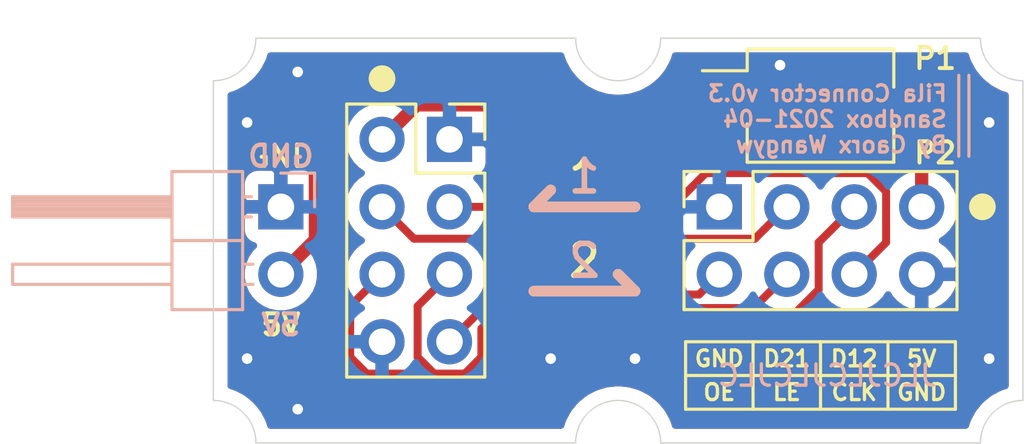
<source format=kicad_pcb>
(kicad_pcb (version 20171130) (host pcbnew "(5.1.5)-3")

  (general
    (thickness 1.6)
    (drawings 60)
    (tracks 61)
    (zones 0)
    (modules 4)
    (nets 10)
  )

  (page A4)
  (layers
    (0 F.Cu signal)
    (31 B.Cu signal)
    (32 B.Adhes user)
    (33 F.Adhes user)
    (34 B.Paste user)
    (35 F.Paste user)
    (36 B.SilkS user)
    (37 F.SilkS user)
    (38 B.Mask user)
    (39 F.Mask user)
    (40 Dwgs.User user hide)
    (41 Cmts.User user)
    (42 Eco1.User user)
    (43 Eco2.User user)
    (44 Edge.Cuts user)
    (45 Margin user)
    (46 B.CrtYd user)
    (47 F.CrtYd user)
    (48 B.Fab user)
    (49 F.Fab user)
  )

  (setup
    (last_trace_width 0.25)
    (user_trace_width 0.3)
    (user_trace_width 0.5)
    (trace_clearance 0.2)
    (zone_clearance 0.508)
    (zone_45_only no)
    (trace_min 0.2)
    (via_size 0.8)
    (via_drill 0.4)
    (via_min_size 0.4)
    (via_min_drill 0.3)
    (uvia_size 0.3)
    (uvia_drill 0.1)
    (uvias_allowed no)
    (uvia_min_size 0.2)
    (uvia_min_drill 0.1)
    (edge_width 0.05)
    (segment_width 0.2)
    (pcb_text_width 0.3)
    (pcb_text_size 1.5 1.5)
    (mod_edge_width 0.12)
    (mod_text_size 1 1)
    (mod_text_width 0.15)
    (pad_size 1.524 1.524)
    (pad_drill 0.762)
    (pad_to_mask_clearance 0)
    (aux_axis_origin 0 0)
    (visible_elements 7FFFFFFF)
    (pcbplotparams
      (layerselection 0x010fc_ffffffff)
      (usegerberextensions false)
      (usegerberattributes false)
      (usegerberadvancedattributes false)
      (creategerberjobfile true)
      (excludeedgelayer true)
      (linewidth 0.100000)
      (plotframeref false)
      (viasonmask false)
      (mode 1)
      (useauxorigin false)
      (hpglpennumber 1)
      (hpglpenspeed 20)
      (hpglpendiameter 15.000000)
      (psnegative false)
      (psa4output false)
      (plotreference true)
      (plotvalue true)
      (plotinvisibletext false)
      (padsonsilk false)
      (subtractmaskfromsilk false)
      (outputformat 1)
      (mirror false)
      (drillshape 0)
      (scaleselection 1)
      (outputdirectory "../Production Files/Production/"))
  )

  (net 0 "")
  (net 1 GND)
  (net 2 OE)
  (net 3 LE)
  (net 4 SD_1TO2)
  (net 5 CLK)
  (net 6 SD_2TO1)
  (net 7 /5v_CON1)
  (net 8 /5v_CON2)
  (net 9 /5v_PWR)

  (net_class Default 这是默认网络类。
    (clearance 0.2)
    (trace_width 0.25)
    (via_dia 0.8)
    (via_drill 0.4)
    (uvia_dia 0.3)
    (uvia_drill 0.1)
    (add_net /5v_CON1)
    (add_net /5v_CON2)
    (add_net /5v_PWR)
    (add_net CLK)
    (add_net GND)
    (add_net LE)
    (add_net OE)
    (add_net SD_1TO2)
    (add_net SD_2TO1)
  )

  (module Connector_PinSocket_2.54mm:PinSocket_2x04_P2.54mm_Vertical (layer F.Cu) (tedit 5A19A422) (tstamp 607639E0)
    (at 105.41 46.99 90)
    (descr "Through hole straight socket strip, 2x04, 2.54mm pitch, double cols (from Kicad 4.0.7), script generated")
    (tags "Through hole socket strip THT 2x04 2.54mm double row")
    (path /60670B57)
    (fp_text reference J2 (at -1.27 -2.77 90) (layer F.Fab)
      (effects (font (size 1 1) (thickness 0.15)))
    )
    (fp_text value Conn_2 (at -1.27 10.39 90) (layer F.Fab)
      (effects (font (size 1 1) (thickness 0.15)))
    )
    (fp_line (start -3.81 -1.27) (end 0.27 -1.27) (layer F.Fab) (width 0.1))
    (fp_line (start 0.27 -1.27) (end 1.27 -0.27) (layer F.Fab) (width 0.1))
    (fp_line (start 1.27 -0.27) (end 1.27 8.89) (layer F.Fab) (width 0.1))
    (fp_line (start 1.27 8.89) (end -3.81 8.89) (layer F.Fab) (width 0.1))
    (fp_line (start -3.81 8.89) (end -3.81 -1.27) (layer F.Fab) (width 0.1))
    (fp_line (start -3.87 -1.33) (end -1.27 -1.33) (layer F.SilkS) (width 0.12))
    (fp_line (start -3.87 -1.33) (end -3.87 8.95) (layer F.SilkS) (width 0.12))
    (fp_line (start -3.87 8.95) (end 1.33 8.95) (layer F.SilkS) (width 0.12))
    (fp_line (start 1.33 1.27) (end 1.33 8.95) (layer F.SilkS) (width 0.12))
    (fp_line (start -1.27 1.27) (end 1.33 1.27) (layer F.SilkS) (width 0.12))
    (fp_line (start -1.27 -1.33) (end -1.27 1.27) (layer F.SilkS) (width 0.12))
    (fp_line (start 1.33 -1.33) (end 1.33 0) (layer F.SilkS) (width 0.12))
    (fp_line (start 0 -1.33) (end 1.33 -1.33) (layer F.SilkS) (width 0.12))
    (fp_line (start -4.34 -1.8) (end 1.76 -1.8) (layer F.CrtYd) (width 0.05))
    (fp_line (start 1.76 -1.8) (end 1.76 9.4) (layer F.CrtYd) (width 0.05))
    (fp_line (start 1.76 9.4) (end -4.34 9.4) (layer F.CrtYd) (width 0.05))
    (fp_line (start -4.34 9.4) (end -4.34 -1.8) (layer F.CrtYd) (width 0.05))
    (fp_text user %R (at -1.27 3.81) (layer F.Fab)
      (effects (font (size 1 1) (thickness 0.15)))
    )
    (pad 1 thru_hole rect (at 0 0 90) (size 1.7 1.7) (drill 1) (layers *.Cu *.Mask)
      (net 1 GND))
    (pad 2 thru_hole oval (at -2.54 0 90) (size 1.7 1.7) (drill 1) (layers *.Cu *.Mask)
      (net 2 OE))
    (pad 3 thru_hole oval (at 0 2.54 90) (size 1.7 1.7) (drill 1) (layers *.Cu *.Mask)
      (net 6 SD_2TO1))
    (pad 4 thru_hole oval (at -2.54 2.54 90) (size 1.7 1.7) (drill 1) (layers *.Cu *.Mask)
      (net 3 LE))
    (pad 5 thru_hole oval (at 0 5.08 90) (size 1.7 1.7) (drill 1) (layers *.Cu *.Mask)
      (net 4 SD_1TO2))
    (pad 6 thru_hole oval (at -2.54 5.08 90) (size 1.7 1.7) (drill 1) (layers *.Cu *.Mask)
      (net 5 CLK))
    (pad 7 thru_hole oval (at 0 7.62 90) (size 1.7 1.7) (drill 1) (layers *.Cu *.Mask)
      (net 8 /5v_CON2))
    (pad 8 thru_hole oval (at -2.54 7.62 90) (size 1.7 1.7) (drill 1) (layers *.Cu *.Mask)
      (net 1 GND))
    (model ${KISYS3DMOD}/Connector_PinSocket_2.54mm.3dshapes/PinSocket_2x04_P2.54mm_Vertical.wrl
      (at (xyz 0 0 0))
      (scale (xyz 1 1 1))
      (rotate (xyz 0 0 0))
    )
  )

  (module Connector_PinSocket_2.54mm:PinSocket_2x04_P2.54mm_Vertical (layer F.Cu) (tedit 5A19A422) (tstamp 606982E3)
    (at 95.25 44.45)
    (descr "Through hole straight socket strip, 2x04, 2.54mm pitch, double cols (from Kicad 4.0.7), script generated")
    (tags "Through hole socket strip THT 2x04 2.54mm double row")
    (path /606704CD)
    (fp_text reference J1 (at -1.27 -2.77) (layer F.Fab)
      (effects (font (size 1 1) (thickness 0.15)))
    )
    (fp_text value Conn_1 (at -1.27 10.39) (layer F.Fab)
      (effects (font (size 1 1) (thickness 0.15)))
    )
    (fp_line (start -3.81 -1.27) (end 0.27 -1.27) (layer F.Fab) (width 0.1))
    (fp_line (start 0.27 -1.27) (end 1.27 -0.27) (layer F.Fab) (width 0.1))
    (fp_line (start 1.27 -0.27) (end 1.27 8.89) (layer F.Fab) (width 0.1))
    (fp_line (start 1.27 8.89) (end -3.81 8.89) (layer F.Fab) (width 0.1))
    (fp_line (start -3.81 8.89) (end -3.81 -1.27) (layer F.Fab) (width 0.1))
    (fp_line (start -3.87 -1.33) (end -1.27 -1.33) (layer F.SilkS) (width 0.12))
    (fp_line (start -3.87 -1.33) (end -3.87 8.95) (layer F.SilkS) (width 0.12))
    (fp_line (start -3.87 8.95) (end 1.33 8.95) (layer F.SilkS) (width 0.12))
    (fp_line (start 1.33 1.27) (end 1.33 8.95) (layer F.SilkS) (width 0.12))
    (fp_line (start -1.27 1.27) (end 1.33 1.27) (layer F.SilkS) (width 0.12))
    (fp_line (start -1.27 -1.33) (end -1.27 1.27) (layer F.SilkS) (width 0.12))
    (fp_line (start 1.33 -1.33) (end 1.33 0) (layer F.SilkS) (width 0.12))
    (fp_line (start 0 -1.33) (end 1.33 -1.33) (layer F.SilkS) (width 0.12))
    (fp_line (start -4.34 -1.8) (end 1.76 -1.8) (layer F.CrtYd) (width 0.05))
    (fp_line (start 1.76 -1.8) (end 1.76 9.4) (layer F.CrtYd) (width 0.05))
    (fp_line (start 1.76 9.4) (end -4.34 9.4) (layer F.CrtYd) (width 0.05))
    (fp_line (start -4.34 9.4) (end -4.34 -1.8) (layer F.CrtYd) (width 0.05))
    (fp_text user %R (at -1.27 3.81 90) (layer F.Fab)
      (effects (font (size 1 1) (thickness 0.15)))
    )
    (pad 1 thru_hole rect (at 0 0) (size 1.7 1.7) (drill 1) (layers *.Cu *.Mask)
      (net 1 GND))
    (pad 2 thru_hole oval (at -2.54 0) (size 1.7 1.7) (drill 1) (layers *.Cu *.Mask)
      (net 7 /5v_CON1))
    (pad 3 thru_hole oval (at 0 2.54) (size 1.7 1.7) (drill 1) (layers *.Cu *.Mask)
      (net 5 CLK))
    (pad 4 thru_hole oval (at -2.54 2.54) (size 1.7 1.7) (drill 1) (layers *.Cu *.Mask)
      (net 6 SD_2TO1))
    (pad 5 thru_hole oval (at 0 5.08) (size 1.7 1.7) (drill 1) (layers *.Cu *.Mask)
      (net 3 LE))
    (pad 6 thru_hole oval (at -2.54 5.08) (size 1.7 1.7) (drill 1) (layers *.Cu *.Mask)
      (net 4 SD_1TO2))
    (pad 7 thru_hole oval (at 0 7.62) (size 1.7 1.7) (drill 1) (layers *.Cu *.Mask)
      (net 2 OE))
    (pad 8 thru_hole oval (at -2.54 7.62) (size 1.7 1.7) (drill 1) (layers *.Cu *.Mask)
      (net 1 GND))
    (model ${KISYS3DMOD}/Connector_PinSocket_2.54mm.3dshapes/PinSocket_2x04_P2.54mm_Vertical.wrl
      (at (xyz 0 0 0))
      (scale (xyz 1 1 1))
      (rotate (xyz 0 0 0))
    )
  )

  (module Connector_PinHeader_2.54mm:PinHeader_1x02_P2.54mm_Horizontal (layer B.Cu) (tedit 59FED5CB) (tstamp 60698672)
    (at 88.9 46.99 180)
    (descr "Through hole angled pin header, 1x02, 2.54mm pitch, 6mm pin length, single row")
    (tags "Through hole angled pin header THT 1x02 2.54mm single row")
    (path /60677A8B)
    (fp_text reference J3 (at 4.385 2.27) (layer B.Fab)
      (effects (font (size 1 1) (thickness 0.15)) (justify mirror))
    )
    (fp_text value PWR_IN (at 4.385 -4.81) (layer B.Fab)
      (effects (font (size 1 1) (thickness 0.15)) (justify mirror))
    )
    (fp_line (start 2.135 1.27) (end 4.04 1.27) (layer B.Fab) (width 0.1))
    (fp_line (start 4.04 1.27) (end 4.04 -3.81) (layer B.Fab) (width 0.1))
    (fp_line (start 4.04 -3.81) (end 1.5 -3.81) (layer B.Fab) (width 0.1))
    (fp_line (start 1.5 -3.81) (end 1.5 0.635) (layer B.Fab) (width 0.1))
    (fp_line (start 1.5 0.635) (end 2.135 1.27) (layer B.Fab) (width 0.1))
    (fp_line (start -0.32 0.32) (end 1.5 0.32) (layer B.Fab) (width 0.1))
    (fp_line (start -0.32 0.32) (end -0.32 -0.32) (layer B.Fab) (width 0.1))
    (fp_line (start -0.32 -0.32) (end 1.5 -0.32) (layer B.Fab) (width 0.1))
    (fp_line (start 4.04 0.32) (end 10.04 0.32) (layer B.Fab) (width 0.1))
    (fp_line (start 10.04 0.32) (end 10.04 -0.32) (layer B.Fab) (width 0.1))
    (fp_line (start 4.04 -0.32) (end 10.04 -0.32) (layer B.Fab) (width 0.1))
    (fp_line (start -0.32 -2.22) (end 1.5 -2.22) (layer B.Fab) (width 0.1))
    (fp_line (start -0.32 -2.22) (end -0.32 -2.86) (layer B.Fab) (width 0.1))
    (fp_line (start -0.32 -2.86) (end 1.5 -2.86) (layer B.Fab) (width 0.1))
    (fp_line (start 4.04 -2.22) (end 10.04 -2.22) (layer B.Fab) (width 0.1))
    (fp_line (start 10.04 -2.22) (end 10.04 -2.86) (layer B.Fab) (width 0.1))
    (fp_line (start 4.04 -2.86) (end 10.04 -2.86) (layer B.Fab) (width 0.1))
    (fp_line (start 1.44 1.33) (end 1.44 -3.87) (layer B.SilkS) (width 0.12))
    (fp_line (start 1.44 -3.87) (end 4.1 -3.87) (layer B.SilkS) (width 0.12))
    (fp_line (start 4.1 -3.87) (end 4.1 1.33) (layer B.SilkS) (width 0.12))
    (fp_line (start 4.1 1.33) (end 1.44 1.33) (layer B.SilkS) (width 0.12))
    (fp_line (start 4.1 0.38) (end 10.1 0.38) (layer B.SilkS) (width 0.12))
    (fp_line (start 10.1 0.38) (end 10.1 -0.38) (layer B.SilkS) (width 0.12))
    (fp_line (start 10.1 -0.38) (end 4.1 -0.38) (layer B.SilkS) (width 0.12))
    (fp_line (start 4.1 0.32) (end 10.1 0.32) (layer B.SilkS) (width 0.12))
    (fp_line (start 4.1 0.2) (end 10.1 0.2) (layer B.SilkS) (width 0.12))
    (fp_line (start 4.1 0.08) (end 10.1 0.08) (layer B.SilkS) (width 0.12))
    (fp_line (start 4.1 -0.04) (end 10.1 -0.04) (layer B.SilkS) (width 0.12))
    (fp_line (start 4.1 -0.16) (end 10.1 -0.16) (layer B.SilkS) (width 0.12))
    (fp_line (start 4.1 -0.28) (end 10.1 -0.28) (layer B.SilkS) (width 0.12))
    (fp_line (start 1.11 0.38) (end 1.44 0.38) (layer B.SilkS) (width 0.12))
    (fp_line (start 1.11 -0.38) (end 1.44 -0.38) (layer B.SilkS) (width 0.12))
    (fp_line (start 1.44 -1.27) (end 4.1 -1.27) (layer B.SilkS) (width 0.12))
    (fp_line (start 4.1 -2.16) (end 10.1 -2.16) (layer B.SilkS) (width 0.12))
    (fp_line (start 10.1 -2.16) (end 10.1 -2.92) (layer B.SilkS) (width 0.12))
    (fp_line (start 10.1 -2.92) (end 4.1 -2.92) (layer B.SilkS) (width 0.12))
    (fp_line (start 1.042929 -2.16) (end 1.44 -2.16) (layer B.SilkS) (width 0.12))
    (fp_line (start 1.042929 -2.92) (end 1.44 -2.92) (layer B.SilkS) (width 0.12))
    (fp_line (start -1.27 0) (end -1.27 1.27) (layer B.SilkS) (width 0.12))
    (fp_line (start -1.27 1.27) (end 0 1.27) (layer B.SilkS) (width 0.12))
    (fp_line (start -1.8 1.8) (end -1.8 -4.35) (layer B.CrtYd) (width 0.05))
    (fp_line (start -1.8 -4.35) (end 10.55 -4.35) (layer B.CrtYd) (width 0.05))
    (fp_line (start 10.55 -4.35) (end 10.55 1.8) (layer B.CrtYd) (width 0.05))
    (fp_line (start 10.55 1.8) (end -1.8 1.8) (layer B.CrtYd) (width 0.05))
    (fp_text user %R (at 2.77 -1.27 -90) (layer B.Fab)
      (effects (font (size 1 1) (thickness 0.15)) (justify mirror))
    )
    (pad 2 thru_hole oval (at 0 -2.54 180) (size 1.7 1.7) (drill 1) (layers *.Cu *.Mask)
      (net 9 /5v_PWR))
    (pad 1 thru_hole rect (at 0 0 180) (size 1.7 1.7) (drill 1) (layers *.Cu *.Mask)
      (net 1 GND))
    (model ${KISYS3DMOD}/Connector_PinHeader_2.54mm.3dshapes/PinHeader_1x02_P2.54mm_Horizontal.wrl
      (at (xyz 0 0 0))
      (scale (xyz 1 1 1))
      (rotate (xyz 0 0 0))
    )
  )

  (module Button_Switch_SMD:SW_DIP_SPSTx02_Slide_KingTek_DSHP02TS_W7.62mm_P1.27mm (layer F.Cu) (tedit 5A508D3E) (tstamp 60762B87)
    (at 109.22 43.18)
    (descr "SMD 2x-dip-switch SPST KingTek_DSHP02TS, Slide, row spacing 7.62 mm (300 mils), body size  (see http://www.kingtek.net.cn/pic/201601201417455112.pdf)")
    (tags "SMD DIP Switch SPST Slide 7.62mm 300mil")
    (path /606D1845)
    (attr smd)
    (fp_text reference SW1 (at 0 -3.13) (layer F.Fab)
      (effects (font (size 1 1) (thickness 0.15)))
    )
    (fp_text value PowerSel (at 0 3.13) (layer F.Fab)
      (effects (font (size 1 1) (thickness 0.15)))
    )
    (fp_text user %R (at 1.85 0 90) (layer F.Fab)
      (effects (font (size 0.8 0.8) (thickness 0.12)))
    )
    (fp_text user on (at -0.055 -1.5525) (layer F.Fab)
      (effects (font (size 0.8 0.8) (thickness 0.12)))
    )
    (fp_line (start 4.7 -2.4) (end -4.7 -2.4) (layer F.CrtYd) (width 0.05))
    (fp_line (start 4.7 2.4) (end 4.7 -2.4) (layer F.CrtYd) (width 0.05))
    (fp_line (start -4.7 2.4) (end 4.7 2.4) (layer F.CrtYd) (width 0.05))
    (fp_line (start -4.7 -2.4) (end -4.7 2.4) (layer F.CrtYd) (width 0.05))
    (fp_line (start 2.76 0.695) (end 2.76 2.13) (layer F.SilkS) (width 0.12))
    (fp_line (start -2.76 0.695) (end -2.76 2.13) (layer F.SilkS) (width 0.12))
    (fp_line (start 2.76 -2.131) (end 2.76 -0.696) (layer F.SilkS) (width 0.12))
    (fp_line (start -2.76 -2.131) (end 2.76 -2.131) (layer F.SilkS) (width 0.12))
    (fp_line (start -2.76 -2.131) (end -2.76 -1.315) (layer F.SilkS) (width 0.12))
    (fp_line (start -4.446 -1.315) (end -2.76 -1.315) (layer F.SilkS) (width 0.12))
    (fp_line (start -2.76 2.13) (end 2.76 2.13) (layer F.SilkS) (width 0.12))
    (fp_line (start -0.333333 0.235) (end -0.333333 1.035) (layer F.Fab) (width 0.1))
    (fp_line (start -1 0.935) (end -0.333333 0.935) (layer F.Fab) (width 0.1))
    (fp_line (start -1 0.835) (end -0.333333 0.835) (layer F.Fab) (width 0.1))
    (fp_line (start -1 0.735) (end -0.333333 0.735) (layer F.Fab) (width 0.1))
    (fp_line (start -1 0.635) (end -0.333333 0.635) (layer F.Fab) (width 0.1))
    (fp_line (start -1 0.535) (end -0.333333 0.535) (layer F.Fab) (width 0.1))
    (fp_line (start -1 0.435) (end -0.333333 0.435) (layer F.Fab) (width 0.1))
    (fp_line (start -1 0.335) (end -0.333333 0.335) (layer F.Fab) (width 0.1))
    (fp_line (start 1 0.235) (end -1 0.235) (layer F.Fab) (width 0.1))
    (fp_line (start 1 1.035) (end 1 0.235) (layer F.Fab) (width 0.1))
    (fp_line (start -1 1.035) (end 1 1.035) (layer F.Fab) (width 0.1))
    (fp_line (start -1 0.235) (end -1 1.035) (layer F.Fab) (width 0.1))
    (fp_line (start -0.333333 -1.035) (end -0.333333 -0.235) (layer F.Fab) (width 0.1))
    (fp_line (start -1 -0.335) (end -0.333333 -0.335) (layer F.Fab) (width 0.1))
    (fp_line (start -1 -0.435) (end -0.333333 -0.435) (layer F.Fab) (width 0.1))
    (fp_line (start -1 -0.535) (end -0.333333 -0.535) (layer F.Fab) (width 0.1))
    (fp_line (start -1 -0.635) (end -0.333333 -0.635) (layer F.Fab) (width 0.1))
    (fp_line (start -1 -0.735) (end -0.333333 -0.735) (layer F.Fab) (width 0.1))
    (fp_line (start -1 -0.835) (end -0.333333 -0.835) (layer F.Fab) (width 0.1))
    (fp_line (start -1 -0.935) (end -0.333333 -0.935) (layer F.Fab) (width 0.1))
    (fp_line (start 1 -1.035) (end -1 -1.035) (layer F.Fab) (width 0.1))
    (fp_line (start 1 -0.235) (end 1 -1.035) (layer F.Fab) (width 0.1))
    (fp_line (start -1 -0.235) (end 1 -0.235) (layer F.Fab) (width 0.1))
    (fp_line (start -1 -1.035) (end -1 -0.235) (layer F.Fab) (width 0.1))
    (fp_line (start -2.7 -1.07) (end -1.7 -2.07) (layer F.Fab) (width 0.1))
    (fp_line (start -2.7 2.07) (end -2.7 -1.07) (layer F.Fab) (width 0.1))
    (fp_line (start 2.7 2.07) (end -2.7 2.07) (layer F.Fab) (width 0.1))
    (fp_line (start 2.7 -2.07) (end 2.7 2.07) (layer F.Fab) (width 0.1))
    (fp_line (start -1.7 -2.07) (end 2.7 -2.07) (layer F.Fab) (width 0.1))
    (pad 1 smd rect (at -3.81 -0.635) (size 1.27 0.76) (layers F.Cu F.Paste F.Mask)
      (net 9 /5v_PWR))
    (pad 3 smd rect (at 3.81 0.635) (size 1.27 0.76) (layers F.Cu F.Paste F.Mask)
      (net 8 /5v_CON2))
    (pad 2 smd rect (at -3.81 0.635) (size 1.27 0.76) (layers F.Cu F.Paste F.Mask)
      (net 9 /5v_PWR))
    (pad 4 smd rect (at 3.81 -0.635) (size 1.27 0.76) (layers F.Cu F.Paste F.Mask)
      (net 7 /5v_CON1))
    (model ${KISYS3DMOD}/Button_Switch_SMD.3dshapes/SW_DIP_SPSTx02_Slide_KingTek_DSHP02TS_W7.62mm_P1.27mm.wrl
      (at (xyz 0 0 0))
      (scale (xyz 1 1 1))
      (rotate (xyz 0 0 0))
    )
  )

  (gr_circle (center 115.316 46.99) (end 115.57 46.99) (layer F.SilkS) (width 0.5) (tstamp 6076DBF0))
  (gr_circle (center 92.71 42.164) (end 92.964 42.164) (layer F.SilkS) (width 0.5))
  (gr_line (start 111.76 54.61) (end 111.76 52.07) (layer F.SilkS) (width 0.12))
  (gr_line (start 109.22 54.61) (end 109.22 52.07) (layer F.SilkS) (width 0.12))
  (gr_line (start 106.68 54.61) (end 106.68 52.07) (layer F.SilkS) (width 0.12))
  (gr_line (start 114.3 53.34) (end 104.14 53.34) (layer F.SilkS) (width 0.12))
  (gr_line (start 104.14 54.61) (end 104.14 52.07) (layer F.SilkS) (width 0.12) (tstamp 60768A17))
  (gr_line (start 114.3 54.61) (end 104.14 54.61) (layer F.SilkS) (width 0.12))
  (gr_line (start 114.3 52.07) (end 114.3 54.61) (layer F.SilkS) (width 0.12))
  (gr_line (start 104.14 52.07) (end 114.3 52.07) (layer F.SilkS) (width 0.12))
  (gr_text LE (at 107.95 53.975) (layer F.SilkS) (tstamp 607689AF)
    (effects (font (size 0.6 0.6) (thickness 0.125)))
  )
  (gr_text CLK (at 110.49 53.975) (layer F.SilkS) (tstamp 607689AE)
    (effects (font (size 0.6 0.6) (thickness 0.125)))
  )
  (gr_text OE (at 105.41 53.975) (layer F.SilkS) (tstamp 607689AD)
    (effects (font (size 0.6 0.6) (thickness 0.125)))
  )
  (gr_text GND (at 113.03 53.975) (layer F.SilkS) (tstamp 607689AC)
    (effects (font (size 0.6 0.6) (thickness 0.125)))
  )
  (gr_text 5V (at 113.03 52.705) (layer F.SilkS) (tstamp 607689AA)
    (effects (font (size 0.6 0.6) (thickness 0.125)))
  )
  (gr_text D12 (at 110.49 52.705) (layer F.SilkS) (tstamp 607689A8)
    (effects (font (size 0.6 0.6) (thickness 0.125)))
  )
  (gr_text D21 (at 107.95 52.705) (layer F.SilkS) (tstamp 607689A6)
    (effects (font (size 0.6 0.6) (thickness 0.125)))
  )
  (gr_text GND (at 105.41 52.705) (layer F.SilkS) (tstamp 60768948)
    (effects (font (size 0.6 0.6) (thickness 0.125)))
  )
  (gr_text JLCJLCJLCJLC (at 113.665 53.34) (layer B.SilkS) (tstamp 60768948)
    (effects (font (size 0.8 0.8) (thickness 0.125)) (justify left mirror))
  )
  (gr_arc (start 86.36 55.88) (end 87.96 55.88) (angle -90) (layer Edge.Cuts) (width 0.05) (tstamp 60768698))
  (gr_arc (start 101.6 55.88) (end 103.2 55.88) (angle -180) (layer Edge.Cuts) (width 0.05) (tstamp 60768697))
  (gr_arc (start 116.84 55.88) (end 116.84 54.28) (angle -90) (layer Edge.Cuts) (width 0.05) (tstamp 60768696))
  (gr_line (start 103.2 55.88) (end 115.24 55.88) (layer Edge.Cuts) (width 0.05) (tstamp 60768695))
  (gr_line (start 87.96 55.88) (end 100 55.88) (layer Edge.Cuts) (width 0.05) (tstamp 60768694))
  (gr_arc (start 116.84 40.64) (end 115.24 40.64) (angle -90) (layer Edge.Cuts) (width 0.05) (tstamp 60768668))
  (gr_arc (start 101.6 40.64) (end 100 40.64) (angle -180) (layer Edge.Cuts) (width 0.05))
  (gr_arc (start 86.36 40.64) (end 86.36 42.24) (angle -90) (layer Edge.Cuts) (width 0.05))
  (gr_line (start 100 40.64) (end 87.96 40.64) (layer Edge.Cuts) (width 0.05) (tstamp 607684D6))
  (gr_line (start 98.425 46.99) (end 99.06 46.355) (layer F.SilkS) (width 0.4) (tstamp 607648A0))
  (gr_line (start 98.425 46.99) (end 102.235 46.99) (layer F.SilkS) (width 0.4) (tstamp 6076489F))
  (gr_line (start 102.235 46.99) (end 98.425 46.99) (layer B.SilkS) (width 0.4) (tstamp 6076489E))
  (gr_line (start 98.425 46.99) (end 99.06 46.355) (layer B.SilkS) (width 0.4) (tstamp 6076489D))
  (gr_line (start 102.235 50.165) (end 101.6 49.53) (layer F.SilkS) (width 0.4) (tstamp 60764868))
  (gr_line (start 98.425 50.165) (end 102.235 50.165) (layer F.SilkS) (width 0.4) (tstamp 6076485C))
  (gr_line (start 102.235 50.165) (end 98.425 50.165) (layer B.SilkS) (width 0.4) (tstamp 6076485B))
  (gr_line (start 102.235 50.165) (end 101.6 49.53) (layer B.SilkS) (width 0.4) (tstamp 6076486B))
  (dimension 2.54 (width 0.15) (layer Dwgs.User)
    (gr_text "2.540 mm" (at 121.696 41.91 270) (layer Dwgs.User)
      (effects (font (size 1 1) (thickness 0.15)))
    )
    (feature1 (pts (xy 116.84 43.18) (xy 120.982421 43.18)))
    (feature2 (pts (xy 116.84 40.64) (xy 120.982421 40.64)))
    (crossbar (pts (xy 120.396 40.64) (xy 120.396 43.18)))
    (arrow1a (pts (xy 120.396 43.18) (xy 119.809579 42.053496)))
    (arrow1b (pts (xy 120.396 43.18) (xy 120.982421 42.053496)))
    (arrow2a (pts (xy 120.396 40.64) (xy 119.809579 41.766504)))
    (arrow2b (pts (xy 120.396 40.64) (xy 120.982421 41.766504)))
  )
  (dimension 7.62 (width 0.15) (layer Dwgs.User)
    (gr_text "7.620 mm" (at 97.79 36.8) (layer Dwgs.User)
      (effects (font (size 1 1) (thickness 0.15)))
    )
    (feature1 (pts (xy 93.98 48.26) (xy 93.98 37.513579)))
    (feature2 (pts (xy 101.6 48.26) (xy 101.6 37.513579)))
    (crossbar (pts (xy 101.6 38.1) (xy 93.98 38.1)))
    (arrow1a (pts (xy 93.98 38.1) (xy 95.106504 37.513579)))
    (arrow1b (pts (xy 93.98 38.1) (xy 95.106504 38.686421)))
    (arrow2a (pts (xy 101.6 38.1) (xy 100.473496 37.513579)))
    (arrow2b (pts (xy 101.6 38.1) (xy 100.473496 38.686421)))
  )
  (dimension 7.62 (width 0.15) (layer Dwgs.User)
    (gr_text "7.620 mm" (at 120.68 52.07 270) (layer Dwgs.User)
      (effects (font (size 1 1) (thickness 0.15)))
    )
    (feature1 (pts (xy 109.22 55.88) (xy 119.966421 55.88)))
    (feature2 (pts (xy 109.22 48.26) (xy 119.966421 48.26)))
    (crossbar (pts (xy 119.38 48.26) (xy 119.38 55.88)))
    (arrow1a (pts (xy 119.38 55.88) (xy 118.793579 54.753496)))
    (arrow1b (pts (xy 119.38 55.88) (xy 119.966421 54.753496)))
    (arrow2a (pts (xy 119.38 48.26) (xy 118.793579 49.386504)))
    (arrow2b (pts (xy 119.38 48.26) (xy 119.966421 49.386504)))
  )
  (dimension 7.62 (width 0.15) (layer Dwgs.User)
    (gr_text "7.620 mm" (at 113.03 36.8) (layer Dwgs.User)
      (effects (font (size 1 1) (thickness 0.15)))
    )
    (feature1 (pts (xy 116.84 48.26) (xy 116.84 37.513579)))
    (feature2 (pts (xy 109.22 48.26) (xy 109.22 37.513579)))
    (crossbar (pts (xy 109.22 38.1) (xy 116.84 38.1)))
    (arrow1a (pts (xy 116.84 38.1) (xy 115.713496 38.686421)))
    (arrow1b (pts (xy 116.84 38.1) (xy 115.713496 37.513579)))
    (arrow2a (pts (xy 109.22 38.1) (xy 110.346504 38.686421)))
    (arrow2b (pts (xy 109.22 38.1) (xy 110.346504 37.513579)))
  )
  (dimension 7.62 (width 0.15) (layer Dwgs.User)
    (gr_text "7.620 mm" (at 90.17 36.8) (layer Dwgs.User)
      (effects (font (size 1 1) (thickness 0.15)))
    )
    (feature1 (pts (xy 86.36 48.26) (xy 86.36 37.513579)))
    (feature2 (pts (xy 93.98 48.26) (xy 93.98 37.513579)))
    (crossbar (pts (xy 93.98 38.1) (xy 86.36 38.1)))
    (arrow1a (pts (xy 86.36 38.1) (xy 87.486504 37.513579)))
    (arrow1b (pts (xy 86.36 38.1) (xy 87.486504 38.686421)))
    (arrow2a (pts (xy 93.98 38.1) (xy 92.853496 37.513579)))
    (arrow2b (pts (xy 93.98 38.1) (xy 92.853496 38.686421)))
  )
  (gr_text 2 (at 100.33 49.022) (layer B.SilkS) (tstamp 6069DB4D)
    (effects (font (size 1.2 1.2) (thickness 0.2)) (justify mirror))
  )
  (gr_text 1 (at 100.33 45.847) (layer B.SilkS) (tstamp 607643AB)
    (effects (font (size 1.2 1.2) (thickness 0.2)) (justify mirror))
  )
  (gr_text 2 (at 100.33 49.022) (layer F.SilkS) (tstamp 6069DA43)
    (effects (font (size 1.2 1.2) (thickness 0.2)))
  )
  (gr_text 1 (at 100.33 45.847) (layer F.SilkS) (tstamp 607643A8)
    (effects (font (size 1.2 1.2) (thickness 0.2)))
  )
  (gr_text 5V (at 88.9 51.435) (layer F.SilkS) (tstamp 6069D5E2)
    (effects (font (size 0.8 0.8) (thickness 0.15)))
  )
  (gr_text GND (at 88.9 45.085) (layer F.SilkS) (tstamp 6069D5DD)
    (effects (font (size 0.8 0.8) (thickness 0.15)))
  )
  (gr_text P1 (at 113.538 41.402) (layer F.SilkS) (tstamp 6069D3F0)
    (effects (font (size 0.8 0.8) (thickness 0.15)))
  )
  (gr_text P2 (at 113.538 44.958) (layer F.SilkS) (tstamp 6076DE3A)
    (effects (font (size 0.8 0.8) (thickness 0.15)))
  )
  (gr_text 5V (at 88.9 51.435) (layer B.SilkS)
    (effects (font (size 0.8 0.8) (thickness 0.15)) (justify mirror))
  )
  (gr_text GND (at 88.9 45.085) (layer B.SilkS)
    (effects (font (size 0.8 0.8) (thickness 0.15)) (justify mirror))
  )
  (gr_line (start 114.808 45.085) (end 114.808 42.037) (layer B.SilkS) (width 0.12))
  (gr_line (start 114.427 45.085) (end 114.427 42.037) (layer B.SilkS) (width 0.12))
  (gr_text "Fila Connector v0.3\nSandbox 2021-04\nBy Caorx Wangyw" (at 114.046 43.688) (layer B.SilkS)
    (effects (font (size 0.6 0.6) (thickness 0.125)) (justify left mirror))
  )
  (gr_line (start 86.36 42.24) (end 86.36 54.28) (layer Edge.Cuts) (width 0.05))
  (gr_line (start 115.24 40.64) (end 103.2 40.64) (layer Edge.Cuts) (width 0.05))
  (gr_line (start 116.84 54.28) (end 116.84 42.24) (layer Edge.Cuts) (width 0.05))
  (gr_line (start 109.22 40.64) (end 109.22 55.88) (layer F.Fab) (width 0.12))
  (gr_line (start 86.36 48.26) (end 116.84 48.26) (layer F.Fab) (width 0.12))
  (gr_line (start 93.98 55.88) (end 93.98 40.64) (layer F.Fab) (width 0.12))

  (via (at 87.63 52.705) (size 0.8) (drill 0.4) (layers F.Cu B.Cu) (net 1))
  (via (at 89.535 41.91) (size 0.8) (drill 0.4) (layers F.Cu B.Cu) (net 1))
  (via (at 87.63 43.815) (size 0.8) (drill 0.4) (layers F.Cu B.Cu) (net 1))
  (via (at 115.57 52.705) (size 0.8) (drill 0.4) (layers F.Cu B.Cu) (net 1))
  (via (at 89.535 54.61) (size 0.8) (drill 0.4) (layers F.Cu B.Cu) (net 1))
  (via (at 107.696 41.656) (size 0.8) (drill 0.4) (layers F.Cu B.Cu) (net 1))
  (via (at 102.235 52.705) (size 0.8) (drill 0.4) (layers F.Cu B.Cu) (net 1))
  (via (at 99.06 52.705) (size 0.8) (drill 0.4) (layers F.Cu B.Cu) (net 1))
  (via (at 115.57 43.815) (size 0.8) (drill 0.4) (layers F.Cu B.Cu) (net 1) (tstamp 6076E787))
  (segment (start 104.648 50.292) (end 105.41 49.53) (width 0.3) (layer F.Cu) (net 2))
  (segment (start 95.25 52.07) (end 97.028 50.292) (width 0.3) (layer F.Cu) (net 2))
  (segment (start 97.028 50.292) (end 104.648 50.292) (width 0.3) (layer F.Cu) (net 2))
  (segment (start 107.95 49.552) (end 107.95 49.53) (width 0.3) (layer F.Cu) (net 3))
  (segment (start 96.450001 51.577119) (end 97.22712 50.8) (width 0.3) (layer F.Cu) (net 3))
  (segment (start 94.049999 50.730001) (end 94.049999 52.646001) (width 0.3) (layer F.Cu) (net 3))
  (segment (start 96.450001 52.646001) (end 96.450001 51.577119) (width 0.3) (layer F.Cu) (net 3))
  (segment (start 94.049999 52.646001) (end 94.673999 53.270001) (width 0.3) (layer F.Cu) (net 3))
  (segment (start 106.702 50.8) (end 107.95 49.552) (width 0.3) (layer F.Cu) (net 3))
  (segment (start 97.22712 50.8) (end 106.702 50.8) (width 0.3) (layer F.Cu) (net 3))
  (segment (start 95.25 49.53) (end 94.049999 50.730001) (width 0.3) (layer F.Cu) (net 3))
  (segment (start 94.673999 53.270001) (end 95.826001 53.270001) (width 0.3) (layer F.Cu) (net 3))
  (segment (start 95.826001 53.270001) (end 96.450001 52.646001) (width 0.3) (layer F.Cu) (net 3))
  (segment (start 91.509999 52.646001) (end 91.509999 50.730001) (width 0.3) (layer F.Cu) (net 4))
  (segment (start 97.426242 51.308) (end 96.950012 51.78423) (width 0.3) (layer F.Cu) (net 4))
  (segment (start 109.150001 50.106001) (end 107.948002 51.308) (width 0.3) (layer F.Cu) (net 4))
  (segment (start 96.033112 53.770012) (end 94.466888 53.770012) (width 0.3) (layer F.Cu) (net 4))
  (segment (start 91.509999 50.730001) (end 92.71 49.53) (width 0.3) (layer F.Cu) (net 4))
  (segment (start 107.948002 51.308) (end 97.426242 51.308) (width 0.3) (layer F.Cu) (net 4))
  (segment (start 109.150001 48.329999) (end 109.150001 50.106001) (width 0.3) (layer F.Cu) (net 4))
  (segment (start 110.49 46.99) (end 109.150001 48.329999) (width 0.3) (layer F.Cu) (net 4))
  (segment (start 94.466888 53.770012) (end 93.966877 53.270001) (width 0.3) (layer F.Cu) (net 4))
  (segment (start 96.950012 51.78423) (end 96.950012 52.853112) (width 0.3) (layer F.Cu) (net 4))
  (segment (start 96.950012 52.853112) (end 96.033112 53.770012) (width 0.3) (layer F.Cu) (net 4))
  (segment (start 93.966877 53.270001) (end 92.133999 53.270001) (width 0.3) (layer F.Cu) (net 4))
  (segment (start 92.133999 53.270001) (end 91.509999 52.646001) (width 0.3) (layer F.Cu) (net 4))
  (segment (start 103.632 46.99) (end 95.25 46.99) (width 0.3) (layer F.Cu) (net 5))
  (segment (start 111.690001 48.329999) (end 111.690001 46.413999) (width 0.3) (layer F.Cu) (net 5))
  (segment (start 110.49 49.53) (end 111.690001 48.329999) (width 0.3) (layer F.Cu) (net 5))
  (segment (start 111.690001 46.413999) (end 110.996002 45.72) (width 0.3) (layer F.Cu) (net 5))
  (segment (start 110.996002 45.72) (end 104.902 45.72) (width 0.3) (layer F.Cu) (net 5))
  (segment (start 104.902 45.72) (end 103.632 46.99) (width 0.3) (layer F.Cu) (net 5))
  (segment (start 107.100001 47.839999) (end 107.95 46.99) (width 0.3) (layer F.Cu) (net 6))
  (segment (start 106.749999 48.190001) (end 107.100001 47.839999) (width 0.3) (layer F.Cu) (net 6))
  (segment (start 92.71 46.99) (end 93.910001 48.190001) (width 0.3) (layer F.Cu) (net 6))
  (segment (start 93.910001 48.190001) (end 106.749999 48.190001) (width 0.3) (layer F.Cu) (net 6))
  (segment (start 110.49 42.545) (end 113.03 42.545) (width 0.5) (layer F.Cu) (net 7))
  (segment (start 94.010001 43.149999) (end 97.278037 43.149999) (width 0.5) (layer F.Cu) (net 7))
  (segment (start 97.278037 43.149999) (end 99.248028 45.11999) (width 0.5) (layer F.Cu) (net 7))
  (segment (start 99.248028 45.11999) (end 107.91501 45.11999) (width 0.5) (layer F.Cu) (net 7))
  (segment (start 92.71 44.45) (end 94.010001 43.149999) (width 0.5) (layer F.Cu) (net 7))
  (segment (start 107.91501 45.11999) (end 110.49 42.545) (width 0.5) (layer F.Cu) (net 7))
  (segment (start 113.03 43.815) (end 113.03 46.99) (width 0.5) (layer F.Cu) (net 8))
  (segment (start 90.200001 48.229999) (end 89.749999 48.680001) (width 0.5) (layer F.Cu) (net 9))
  (segment (start 90.200001 44.449997) (end 90.200001 48.229999) (width 0.5) (layer F.Cu) (net 9))
  (segment (start 92.231998 42.418) (end 90.200001 44.449997) (width 0.5) (layer F.Cu) (net 9))
  (segment (start 89.749999 48.680001) (end 88.9 49.53) (width 0.5) (layer F.Cu) (net 9))
  (segment (start 105.41 43.815) (end 104.934999 44.290001) (width 0.5) (layer F.Cu) (net 9))
  (segment (start 105.41 42.545) (end 105.41 43.815) (width 0.5) (layer F.Cu) (net 9))
  (segment (start 104.934999 44.290001) (end 99.408001 44.290001) (width 0.5) (layer F.Cu) (net 9))
  (segment (start 99.408001 44.290001) (end 97.536 42.418) (width 0.5) (layer F.Cu) (net 9))
  (segment (start 97.536 42.418) (end 92.231998 42.418) (width 0.5) (layer F.Cu) (net 9))

  (zone (net 1) (net_name GND) (layer F.Cu) (tstamp 6076E7CB) (hatch edge 0.508)
    (connect_pads (clearance 0.508))
    (min_thickness 0.254)
    (fill yes (arc_segments 32) (thermal_gap 0.508) (thermal_bridge_width 0.508))
    (polygon
      (pts
        (xy 116.84 55.88) (xy 86.36 55.88) (xy 86.36 40.64) (xy 116.84 40.64)
      )
    )
    (filled_polygon
      (pts
        (xy 99.500277 41.46987) (xy 99.523817 41.524792) (xy 99.546637 41.580159) (xy 99.551021 41.588265) (xy 99.701456 41.861904)
        (xy 99.735221 41.911217) (xy 99.768355 41.961088) (xy 99.77423 41.968188) (xy 99.974951 42.207397) (xy 100.01768 42.249241)
        (xy 100.059838 42.291694) (xy 100.06698 42.297519) (xy 100.31034 42.493185) (xy 100.360392 42.525938) (xy 100.409987 42.559391)
        (xy 100.418119 42.563714) (xy 100.418123 42.563717) (xy 100.418127 42.563719) (xy 100.694854 42.708388) (xy 100.750289 42.730785)
        (xy 100.805461 42.753978) (xy 100.814283 42.756641) (xy 101.113844 42.844807) (xy 101.17256 42.856007) (xy 101.231202 42.868045)
        (xy 101.240373 42.868944) (xy 101.551353 42.897245) (xy 101.611171 42.896827) (xy 101.670988 42.897245) (xy 101.68016 42.896345)
        (xy 101.990715 42.863704) (xy 102.049291 42.85168) (xy 102.10807 42.840468) (xy 102.116892 42.837804) (xy 102.415192 42.745465)
        (xy 102.470335 42.722285) (xy 102.5258 42.699876) (xy 102.533937 42.695549) (xy 102.808621 42.547028) (xy 102.858205 42.513583)
        (xy 102.908268 42.480823) (xy 102.915409 42.474999) (xy 103.156013 42.275953) (xy 103.198154 42.233518) (xy 103.240903 42.191654)
        (xy 103.246777 42.184554) (xy 103.444138 41.942565) (xy 103.477241 41.892741) (xy 103.511036 41.843385) (xy 103.515419 41.835279)
        (xy 103.662019 41.559565) (xy 103.684799 41.504296) (xy 103.708381 41.449276) (xy 103.711105 41.440473) (xy 103.753516 41.3)
        (xy 114.686495 41.3) (xy 114.734535 41.455192) (xy 114.757715 41.510335) (xy 114.780124 41.5658) (xy 114.784451 41.573937)
        (xy 114.932972 41.848621) (xy 114.966417 41.898205) (xy 114.999177 41.948268) (xy 115.005001 41.955409) (xy 115.204047 42.196013)
        (xy 115.246482 42.238154) (xy 115.288346 42.280903) (xy 115.295446 42.286777) (xy 115.537435 42.484138) (xy 115.587259 42.517241)
        (xy 115.636615 42.551036) (xy 115.644721 42.555419) (xy 115.920435 42.702019) (xy 115.975704 42.724799) (xy 116.030724 42.748381)
        (xy 116.039527 42.751105) (xy 116.180001 42.793516) (xy 116.18 53.726495) (xy 116.024808 53.774535) (xy 115.969653 53.79772)
        (xy 115.9142 53.820124) (xy 115.906068 53.824449) (xy 115.906063 53.824451) (xy 115.906059 53.824454) (xy 115.631379 53.972972)
        (xy 115.581795 54.006417) (xy 115.531732 54.039177) (xy 115.524591 54.045001) (xy 115.283987 54.244046) (xy 115.241863 54.286465)
        (xy 115.199097 54.328345) (xy 115.193223 54.335446) (xy 114.995862 54.577435) (xy 114.962759 54.627259) (xy 114.928964 54.676615)
        (xy 114.924581 54.684721) (xy 114.777981 54.960434) (xy 114.755189 55.015731) (xy 114.731619 55.070725) (xy 114.728895 55.079528)
        (xy 114.686484 55.22) (xy 103.753609 55.22) (xy 103.699723 55.05013) (xy 103.676157 54.995147) (xy 103.653362 54.939841)
        (xy 103.648979 54.931735) (xy 103.498544 54.658095) (xy 103.464755 54.608748) (xy 103.431645 54.558913) (xy 103.425771 54.551812)
        (xy 103.225049 54.312603) (xy 103.182319 54.270759) (xy 103.140161 54.228305) (xy 103.13302 54.222481) (xy 102.88966 54.026814)
        (xy 102.8396 53.994055) (xy 102.790014 53.960609) (xy 102.781877 53.956283) (xy 102.505146 53.811612) (xy 102.449711 53.789215)
        (xy 102.394539 53.766022) (xy 102.385717 53.763359) (xy 102.086156 53.675193) (xy 102.02744 53.663993) (xy 101.968798 53.651955)
        (xy 101.959627 53.651056) (xy 101.648647 53.622755) (xy 101.58883 53.623173) (xy 101.529012 53.622755) (xy 101.519841 53.623655)
        (xy 101.519839 53.623655) (xy 101.209285 53.656296) (xy 101.150709 53.66832) (xy 101.09193 53.679532) (xy 101.083108 53.682196)
        (xy 100.784808 53.774535) (xy 100.729653 53.79772) (xy 100.6742 53.820124) (xy 100.666068 53.824449) (xy 100.666063 53.824451)
        (xy 100.666059 53.824454) (xy 100.391379 53.972972) (xy 100.341795 54.006417) (xy 100.291732 54.039177) (xy 100.284591 54.045001)
        (xy 100.043987 54.244046) (xy 100.001863 54.286465) (xy 99.959097 54.328345) (xy 99.953223 54.335446) (xy 99.755862 54.577435)
        (xy 99.722759 54.627259) (xy 99.688964 54.676615) (xy 99.684581 54.684721) (xy 99.537981 54.960434) (xy 99.515189 55.015731)
        (xy 99.491619 55.070725) (xy 99.488895 55.079528) (xy 99.446484 55.22) (xy 88.513505 55.22) (xy 88.465465 55.064808)
        (xy 88.44228 55.009653) (xy 88.419876 54.9542) (xy 88.415549 54.946064) (xy 88.415549 54.946063) (xy 88.415546 54.946059)
        (xy 88.267028 54.671379) (xy 88.233583 54.621795) (xy 88.200823 54.571732) (xy 88.194999 54.564591) (xy 87.995954 54.323987)
        (xy 87.953535 54.281863) (xy 87.911655 54.239097) (xy 87.904554 54.233223) (xy 87.662565 54.035862) (xy 87.612741 54.002759)
        (xy 87.563385 53.968964) (xy 87.555279 53.964581) (xy 87.279566 53.817981) (xy 87.224269 53.795189) (xy 87.169275 53.771619)
        (xy 87.160472 53.768895) (xy 87.02 53.726484) (xy 87.02 47.84) (xy 87.411928 47.84) (xy 87.424188 47.964482)
        (xy 87.460498 48.08418) (xy 87.519463 48.194494) (xy 87.598815 48.291185) (xy 87.695506 48.370537) (xy 87.80582 48.429502)
        (xy 87.87838 48.451513) (xy 87.746525 48.583368) (xy 87.58401 48.826589) (xy 87.472068 49.096842) (xy 87.415 49.38374)
        (xy 87.415 49.67626) (xy 87.472068 49.963158) (xy 87.58401 50.233411) (xy 87.746525 50.476632) (xy 87.953368 50.683475)
        (xy 88.196589 50.84599) (xy 88.466842 50.957932) (xy 88.75374 51.015) (xy 89.04626 51.015) (xy 89.333158 50.957932)
        (xy 89.603411 50.84599) (xy 89.846632 50.683475) (xy 90.053475 50.476632) (xy 90.21599 50.233411) (xy 90.327932 49.963158)
        (xy 90.385 49.67626) (xy 90.385 49.38374) (xy 90.370539 49.31104) (xy 90.406531 49.275048) (xy 90.406536 49.275042)
        (xy 90.795045 48.886533) (xy 90.828818 48.858816) (xy 90.939412 48.724058) (xy 91.02159 48.570312) (xy 91.072196 48.403489)
        (xy 91.085001 48.273476) (xy 91.085001 48.273468) (xy 91.089282 48.229999) (xy 91.085001 48.18653) (xy 91.085001 44.816575)
        (xy 91.238325 44.663251) (xy 91.282068 44.883158) (xy 91.39401 45.153411) (xy 91.556525 45.396632) (xy 91.763368 45.603475)
        (xy 91.93776 45.72) (xy 91.763368 45.836525) (xy 91.556525 46.043368) (xy 91.39401 46.286589) (xy 91.282068 46.556842)
        (xy 91.225 46.84374) (xy 91.225 47.13626) (xy 91.282068 47.423158) (xy 91.39401 47.693411) (xy 91.556525 47.936632)
        (xy 91.763368 48.143475) (xy 91.93776 48.26) (xy 91.763368 48.376525) (xy 91.556525 48.583368) (xy 91.39401 48.826589)
        (xy 91.282068 49.096842) (xy 91.225 49.38374) (xy 91.225 49.67626) (xy 91.262925 49.866918) (xy 90.982184 50.147659)
        (xy 90.952236 50.172237) (xy 90.927658 50.202185) (xy 90.927654 50.202189) (xy 90.902031 50.233411) (xy 90.854138 50.291768)
        (xy 90.847792 50.303641) (xy 90.781245 50.428142) (xy 90.736358 50.576115) (xy 90.721202 50.730001) (xy 90.725 50.768563)
        (xy 90.724999 52.607448) (xy 90.721202 52.646001) (xy 90.724999 52.684554) (xy 90.724999 52.684561) (xy 90.736358 52.799887)
        (xy 90.781245 52.94786) (xy 90.854137 53.084233) (xy 90.952235 53.203765) (xy 90.982188 53.228347) (xy 91.551656 53.797816)
        (xy 91.576235 53.827765) (xy 91.606183 53.852343) (xy 91.606186 53.852346) (xy 91.635558 53.876451) (xy 91.695766 53.925863)
        (xy 91.832139 53.998755) (xy 91.937201 54.030625) (xy 91.980111 54.043642) (xy 91.9939 54.045) (xy 92.095438 54.055001)
        (xy 92.095445 54.055001) (xy 92.133998 54.058798) (xy 92.172551 54.055001) (xy 93.64172 54.055001) (xy 93.884541 54.297822)
        (xy 93.909124 54.327776) (xy 94.028655 54.425874) (xy 94.165028 54.498766) (xy 94.27856 54.533206) (xy 94.313 54.543653)
        (xy 94.327378 54.545069) (xy 94.428327 54.555012) (xy 94.428334 54.555012) (xy 94.466887 54.558809) (xy 94.50544 54.555012)
        (xy 95.994559 54.555012) (xy 96.033112 54.558809) (xy 96.071665 54.555012) (xy 96.071673 54.555012) (xy 96.186999 54.543653)
        (xy 96.334972 54.498766) (xy 96.471345 54.425874) (xy 96.590876 54.327776) (xy 96.615459 54.297822) (xy 97.477827 53.435455)
        (xy 97.507776 53.410876) (xy 97.537421 53.374755) (xy 97.57269 53.331779) (xy 97.605874 53.291345) (xy 97.678766 53.154972)
        (xy 97.723653 53.006999) (xy 97.735012 52.891673) (xy 97.735012 52.891666) (xy 97.738809 52.853113) (xy 97.735012 52.81456)
        (xy 97.735012 52.109387) (xy 97.751399 52.093) (xy 107.909449 52.093) (xy 107.948002 52.096797) (xy 107.986555 52.093)
        (xy 107.986563 52.093) (xy 108.101889 52.081641) (xy 108.249862 52.036754) (xy 108.386235 51.963862) (xy 108.505766 51.865764)
        (xy 108.530349 51.83581) (xy 109.626882 50.739278) (xy 109.786589 50.84599) (xy 110.056842 50.957932) (xy 110.34374 51.015)
        (xy 110.63626 51.015) (xy 110.923158 50.957932) (xy 111.193411 50.84599) (xy 111.436632 50.683475) (xy 111.643475 50.476632)
        (xy 111.765195 50.294466) (xy 111.834822 50.411355) (xy 112.029731 50.627588) (xy 112.26308 50.801641) (xy 112.525901 50.926825)
        (xy 112.67311 50.971476) (xy 112.903 50.850155) (xy 112.903 49.657) (xy 113.157 49.657) (xy 113.157 50.850155)
        (xy 113.38689 50.971476) (xy 113.534099 50.926825) (xy 113.79692 50.801641) (xy 114.030269 50.627588) (xy 114.225178 50.411355)
        (xy 114.374157 50.161252) (xy 114.471481 49.886891) (xy 114.350814 49.657) (xy 113.157 49.657) (xy 112.903 49.657)
        (xy 112.883 49.657) (xy 112.883 49.403) (xy 112.903 49.403) (xy 112.903 49.383) (xy 113.157 49.383)
        (xy 113.157 49.403) (xy 114.350814 49.403) (xy 114.471481 49.173109) (xy 114.374157 48.898748) (xy 114.225178 48.648645)
        (xy 114.030269 48.432412) (xy 113.800594 48.2611) (xy 113.976632 48.143475) (xy 114.183475 47.936632) (xy 114.34599 47.693411)
        (xy 114.457932 47.423158) (xy 114.515 47.13626) (xy 114.515 46.84374) (xy 114.457932 46.556842) (xy 114.34599 46.286589)
        (xy 114.183475 46.043368) (xy 113.976632 45.836525) (xy 113.915 45.795344) (xy 113.915 44.781391) (xy 114.019494 44.725537)
        (xy 114.116185 44.646185) (xy 114.195537 44.549494) (xy 114.254502 44.43918) (xy 114.290812 44.319482) (xy 114.303072 44.195)
        (xy 114.303072 43.435) (xy 114.290812 43.310518) (xy 114.254502 43.19082) (xy 114.248718 43.18) (xy 114.254502 43.16918)
        (xy 114.290812 43.049482) (xy 114.303072 42.925) (xy 114.303072 42.165) (xy 114.290812 42.040518) (xy 114.254502 41.92082)
        (xy 114.195537 41.810506) (xy 114.116185 41.713815) (xy 114.019494 41.634463) (xy 113.90918 41.575498) (xy 113.789482 41.539188)
        (xy 113.665 41.526928) (xy 112.395 41.526928) (xy 112.270518 41.539188) (xy 112.15082 41.575498) (xy 112.040506 41.634463)
        (xy 112.009389 41.66) (xy 110.533469 41.66) (xy 110.49 41.655719) (xy 110.446531 41.66) (xy 110.446523 41.66)
        (xy 110.31651 41.672805) (xy 110.149687 41.723411) (xy 110.048483 41.777505) (xy 109.995941 41.805589) (xy 109.894953 41.888468)
        (xy 109.894951 41.88847) (xy 109.861183 41.916183) (xy 109.83347 41.949951) (xy 107.548432 44.23499) (xy 106.679133 44.23499)
        (xy 106.683072 44.195) (xy 106.683072 43.435) (xy 106.670812 43.310518) (xy 106.634502 43.19082) (xy 106.628718 43.18)
        (xy 106.634502 43.16918) (xy 106.670812 43.049482) (xy 106.683072 42.925) (xy 106.683072 42.165) (xy 106.670812 42.040518)
        (xy 106.634502 41.92082) (xy 106.575537 41.810506) (xy 106.496185 41.713815) (xy 106.399494 41.634463) (xy 106.28918 41.575498)
        (xy 106.169482 41.539188) (xy 106.045 41.526928) (xy 104.775 41.526928) (xy 104.650518 41.539188) (xy 104.53082 41.575498)
        (xy 104.420506 41.634463) (xy 104.323815 41.713815) (xy 104.244463 41.810506) (xy 104.185498 41.92082) (xy 104.149188 42.040518)
        (xy 104.136928 42.165) (xy 104.136928 42.925) (xy 104.149188 43.049482) (xy 104.185498 43.16918) (xy 104.191282 43.18)
        (xy 104.185498 43.19082) (xy 104.149188 43.310518) (xy 104.139883 43.405001) (xy 99.77458 43.405001) (xy 98.192534 41.822956)
        (xy 98.164817 41.789183) (xy 98.030059 41.678589) (xy 97.876313 41.596411) (xy 97.70949 41.545805) (xy 97.579477 41.533)
        (xy 97.579469 41.533) (xy 97.536 41.528719) (xy 97.492531 41.533) (xy 92.275467 41.533) (xy 92.231998 41.528719)
        (xy 92.188529 41.533) (xy 92.188521 41.533) (xy 92.058508 41.545805) (xy 91.891685 41.596411) (xy 91.74876 41.672805)
        (xy 91.737939 41.678589) (xy 91.636951 41.761468) (xy 91.636949 41.76147) (xy 91.603181 41.789183) (xy 91.575468 41.822951)
        (xy 89.604957 43.793463) (xy 89.571184 43.82118) (xy 89.46059 43.955939) (xy 89.378412 44.109685) (xy 89.36186 44.16425)
        (xy 89.340401 44.23499) (xy 89.327806 44.276508) (xy 89.315001 44.406521) (xy 89.315001 44.406528) (xy 89.31072 44.449997)
        (xy 89.315001 44.493466) (xy 89.315001 45.504296) (xy 89.18575 45.505) (xy 89.027 45.66375) (xy 89.027 46.863)
        (xy 89.047 46.863) (xy 89.047 47.117) (xy 89.027 47.117) (xy 89.027 47.137) (xy 88.773 47.137)
        (xy 88.773 47.117) (xy 87.57375 47.117) (xy 87.415 47.27575) (xy 87.411928 47.84) (xy 87.02 47.84)
        (xy 87.02 46.14) (xy 87.411928 46.14) (xy 87.415 46.70425) (xy 87.57375 46.863) (xy 88.773 46.863)
        (xy 88.773 45.66375) (xy 88.61425 45.505) (xy 88.05 45.501928) (xy 87.925518 45.514188) (xy 87.80582 45.550498)
        (xy 87.695506 45.609463) (xy 87.598815 45.688815) (xy 87.519463 45.785506) (xy 87.460498 45.89582) (xy 87.424188 46.015518)
        (xy 87.411928 46.14) (xy 87.02 46.14) (xy 87.02 42.793505) (xy 87.175192 42.745465) (xy 87.230335 42.722285)
        (xy 87.2858 42.699876) (xy 87.293937 42.695549) (xy 87.568621 42.547028) (xy 87.618205 42.513583) (xy 87.668268 42.480823)
        (xy 87.675409 42.474999) (xy 87.916013 42.275953) (xy 87.958154 42.233518) (xy 88.000903 42.191654) (xy 88.006777 42.184554)
        (xy 88.204138 41.942565) (xy 88.237241 41.892741) (xy 88.271036 41.843385) (xy 88.275419 41.835279) (xy 88.422019 41.559565)
        (xy 88.444799 41.504296) (xy 88.468381 41.449276) (xy 88.471105 41.440473) (xy 88.513516 41.3) (xy 99.446391 41.3)
      )
    )
    (filled_polygon
      (pts
        (xy 92.837 51.943) (xy 92.857 51.943) (xy 92.857 52.197) (xy 92.837 52.197) (xy 92.837 52.217)
        (xy 92.583 52.217) (xy 92.583 52.197) (xy 92.563 52.197) (xy 92.563 51.943) (xy 92.583 51.943)
        (xy 92.583 51.923) (xy 92.837 51.923)
      )
    )
    (filled_polygon
      (pts
        (xy 105.537 46.863) (xy 105.557 46.863) (xy 105.557 47.117) (xy 105.537 47.117) (xy 105.537 47.137)
        (xy 105.283 47.137) (xy 105.283 47.117) (xy 105.263 47.117) (xy 105.263 46.863) (xy 105.283 46.863)
        (xy 105.283 46.843) (xy 105.537 46.843)
      )
    )
    (filled_polygon
      (pts
        (xy 98.591498 45.715039) (xy 98.619211 45.748807) (xy 98.652979 45.77652) (xy 98.652981 45.776522) (xy 98.663928 45.785506)
        (xy 98.753969 45.859401) (xy 98.907715 45.941579) (xy 99.020413 45.975766) (xy 99.074537 45.992185) (xy 99.089334 45.993642)
        (xy 99.204551 46.00499) (xy 99.204559 46.00499) (xy 99.248028 46.009271) (xy 99.291497 46.00499) (xy 103.506853 46.00499)
        (xy 103.306843 46.205) (xy 96.511474 46.205) (xy 96.403475 46.043368) (xy 96.27162 45.911513) (xy 96.34418 45.889502)
        (xy 96.454494 45.830537) (xy 96.551185 45.751185) (xy 96.630537 45.654494) (xy 96.689502 45.54418) (xy 96.725812 45.424482)
        (xy 96.738072 45.3) (xy 96.735 44.73575) (xy 96.57625 44.577) (xy 95.377 44.577) (xy 95.377 44.597)
        (xy 95.123 44.597) (xy 95.123 44.577) (xy 95.103 44.577) (xy 95.103 44.323) (xy 95.123 44.323)
        (xy 95.123 44.303) (xy 95.377 44.303) (xy 95.377 44.323) (xy 96.57625 44.323) (xy 96.735 44.16425)
        (xy 96.735704 44.034999) (xy 96.911459 44.034999)
      )
    )
  )
  (zone (net 1) (net_name GND) (layer B.Cu) (tstamp 6076E7C8) (hatch edge 0.508)
    (connect_pads (clearance 0.508))
    (min_thickness 0.254)
    (fill yes (arc_segments 32) (thermal_gap 0.508) (thermal_bridge_width 0.508))
    (polygon
      (pts
        (xy 116.84 55.88) (xy 86.36 55.88) (xy 86.36 40.64) (xy 116.84 40.64)
      )
    )
    (filled_polygon
      (pts
        (xy 99.500277 41.46987) (xy 99.523817 41.524792) (xy 99.546637 41.580159) (xy 99.551021 41.588265) (xy 99.701456 41.861904)
        (xy 99.735221 41.911217) (xy 99.768355 41.961088) (xy 99.77423 41.968188) (xy 99.974951 42.207397) (xy 100.01768 42.249241)
        (xy 100.059838 42.291694) (xy 100.06698 42.297519) (xy 100.31034 42.493185) (xy 100.360392 42.525938) (xy 100.409987 42.559391)
        (xy 100.418119 42.563714) (xy 100.418123 42.563717) (xy 100.418127 42.563719) (xy 100.694854 42.708388) (xy 100.750289 42.730785)
        (xy 100.805461 42.753978) (xy 100.814283 42.756641) (xy 101.113844 42.844807) (xy 101.17256 42.856007) (xy 101.231202 42.868045)
        (xy 101.240373 42.868944) (xy 101.551353 42.897245) (xy 101.611171 42.896827) (xy 101.670988 42.897245) (xy 101.68016 42.896345)
        (xy 101.990715 42.863704) (xy 102.049291 42.85168) (xy 102.10807 42.840468) (xy 102.116892 42.837804) (xy 102.415192 42.745465)
        (xy 102.470335 42.722285) (xy 102.5258 42.699876) (xy 102.533937 42.695549) (xy 102.808621 42.547028) (xy 102.858205 42.513583)
        (xy 102.908268 42.480823) (xy 102.915409 42.474999) (xy 103.156013 42.275953) (xy 103.198154 42.233518) (xy 103.240903 42.191654)
        (xy 103.246777 42.184554) (xy 103.444138 41.942565) (xy 103.477241 41.892741) (xy 103.511036 41.843385) (xy 103.515419 41.835279)
        (xy 103.662019 41.559565) (xy 103.684799 41.504296) (xy 103.708381 41.449276) (xy 103.711105 41.440473) (xy 103.753516 41.3)
        (xy 114.686495 41.3) (xy 114.734535 41.455192) (xy 114.757715 41.510335) (xy 114.780124 41.5658) (xy 114.784451 41.573937)
        (xy 114.932972 41.848621) (xy 114.966417 41.898205) (xy 114.999177 41.948268) (xy 115.005001 41.955409) (xy 115.204047 42.196013)
        (xy 115.246482 42.238154) (xy 115.288346 42.280903) (xy 115.295446 42.286777) (xy 115.537435 42.484138) (xy 115.587259 42.517241)
        (xy 115.636615 42.551036) (xy 115.644721 42.555419) (xy 115.920435 42.702019) (xy 115.975704 42.724799) (xy 116.030724 42.748381)
        (xy 116.039527 42.751105) (xy 116.180001 42.793516) (xy 116.18 53.726495) (xy 116.024808 53.774535) (xy 115.969653 53.79772)
        (xy 115.9142 53.820124) (xy 115.906068 53.824449) (xy 115.906063 53.824451) (xy 115.906059 53.824454) (xy 115.631379 53.972972)
        (xy 115.581795 54.006417) (xy 115.531732 54.039177) (xy 115.524591 54.045001) (xy 115.283987 54.244046) (xy 115.241863 54.286465)
        (xy 115.199097 54.328345) (xy 115.193223 54.335446) (xy 114.995862 54.577435) (xy 114.962759 54.627259) (xy 114.928964 54.676615)
        (xy 114.924581 54.684721) (xy 114.777981 54.960434) (xy 114.755189 55.015731) (xy 114.731619 55.070725) (xy 114.728895 55.079528)
        (xy 114.686484 55.22) (xy 103.753609 55.22) (xy 103.699723 55.05013) (xy 103.676157 54.995147) (xy 103.653362 54.939841)
        (xy 103.648979 54.931735) (xy 103.498544 54.658095) (xy 103.464755 54.608748) (xy 103.431645 54.558913) (xy 103.425771 54.551812)
        (xy 103.225049 54.312603) (xy 103.182319 54.270759) (xy 103.140161 54.228305) (xy 103.13302 54.222481) (xy 102.88966 54.026814)
        (xy 102.8396 53.994055) (xy 102.790014 53.960609) (xy 102.781877 53.956283) (xy 102.505146 53.811612) (xy 102.449711 53.789215)
        (xy 102.394539 53.766022) (xy 102.385717 53.763359) (xy 102.086156 53.675193) (xy 102.02744 53.663993) (xy 101.968798 53.651955)
        (xy 101.959627 53.651056) (xy 101.648647 53.622755) (xy 101.58883 53.623173) (xy 101.529012 53.622755) (xy 101.519841 53.623655)
        (xy 101.519839 53.623655) (xy 101.209285 53.656296) (xy 101.150709 53.66832) (xy 101.09193 53.679532) (xy 101.083108 53.682196)
        (xy 100.784808 53.774535) (xy 100.729653 53.79772) (xy 100.6742 53.820124) (xy 100.666068 53.824449) (xy 100.666063 53.824451)
        (xy 100.666059 53.824454) (xy 100.391379 53.972972) (xy 100.341795 54.006417) (xy 100.291732 54.039177) (xy 100.284591 54.045001)
        (xy 100.043987 54.244046) (xy 100.001863 54.286465) (xy 99.959097 54.328345) (xy 99.953223 54.335446) (xy 99.755862 54.577435)
        (xy 99.722759 54.627259) (xy 99.688964 54.676615) (xy 99.684581 54.684721) (xy 99.537981 54.960434) (xy 99.515189 55.015731)
        (xy 99.491619 55.070725) (xy 99.488895 55.079528) (xy 99.446484 55.22) (xy 88.513505 55.22) (xy 88.465465 55.064808)
        (xy 88.44228 55.009653) (xy 88.419876 54.9542) (xy 88.415549 54.946064) (xy 88.415549 54.946063) (xy 88.415546 54.946059)
        (xy 88.267028 54.671379) (xy 88.233583 54.621795) (xy 88.200823 54.571732) (xy 88.194999 54.564591) (xy 87.995954 54.323987)
        (xy 87.953535 54.281863) (xy 87.911655 54.239097) (xy 87.904554 54.233223) (xy 87.662565 54.035862) (xy 87.612741 54.002759)
        (xy 87.563385 53.968964) (xy 87.555279 53.964581) (xy 87.279566 53.817981) (xy 87.224269 53.795189) (xy 87.169275 53.771619)
        (xy 87.160472 53.768895) (xy 87.02 53.726484) (xy 87.02 52.42689) (xy 91.268524 52.42689) (xy 91.313175 52.574099)
        (xy 91.438359 52.83692) (xy 91.612412 53.070269) (xy 91.828645 53.265178) (xy 92.078748 53.414157) (xy 92.353109 53.511481)
        (xy 92.583 53.390814) (xy 92.583 52.197) (xy 91.389845 52.197) (xy 91.268524 52.42689) (xy 87.02 52.42689)
        (xy 87.02 47.84) (xy 87.411928 47.84) (xy 87.424188 47.964482) (xy 87.460498 48.08418) (xy 87.519463 48.194494)
        (xy 87.598815 48.291185) (xy 87.695506 48.370537) (xy 87.80582 48.429502) (xy 87.87838 48.451513) (xy 87.746525 48.583368)
        (xy 87.58401 48.826589) (xy 87.472068 49.096842) (xy 87.415 49.38374) (xy 87.415 49.67626) (xy 87.472068 49.963158)
        (xy 87.58401 50.233411) (xy 87.746525 50.476632) (xy 87.953368 50.683475) (xy 88.196589 50.84599) (xy 88.466842 50.957932)
        (xy 88.75374 51.015) (xy 89.04626 51.015) (xy 89.333158 50.957932) (xy 89.603411 50.84599) (xy 89.846632 50.683475)
        (xy 90.053475 50.476632) (xy 90.21599 50.233411) (xy 90.327932 49.963158) (xy 90.385 49.67626) (xy 90.385 49.38374)
        (xy 90.327932 49.096842) (xy 90.21599 48.826589) (xy 90.053475 48.583368) (xy 89.92162 48.451513) (xy 89.99418 48.429502)
        (xy 90.104494 48.370537) (xy 90.201185 48.291185) (xy 90.280537 48.194494) (xy 90.339502 48.08418) (xy 90.375812 47.964482)
        (xy 90.388072 47.84) (xy 90.385 47.27575) (xy 90.22625 47.117) (xy 89.027 47.117) (xy 89.027 47.137)
        (xy 88.773 47.137) (xy 88.773 47.117) (xy 87.57375 47.117) (xy 87.415 47.27575) (xy 87.411928 47.84)
        (xy 87.02 47.84) (xy 87.02 46.14) (xy 87.411928 46.14) (xy 87.415 46.70425) (xy 87.57375 46.863)
        (xy 88.773 46.863) (xy 88.773 45.66375) (xy 89.027 45.66375) (xy 89.027 46.863) (xy 90.22625 46.863)
        (xy 90.385 46.70425) (xy 90.388072 46.14) (xy 90.375812 46.015518) (xy 90.339502 45.89582) (xy 90.280537 45.785506)
        (xy 90.201185 45.688815) (xy 90.104494 45.609463) (xy 89.99418 45.550498) (xy 89.874482 45.514188) (xy 89.75 45.501928)
        (xy 89.18575 45.505) (xy 89.027 45.66375) (xy 88.773 45.66375) (xy 88.61425 45.505) (xy 88.05 45.501928)
        (xy 87.925518 45.514188) (xy 87.80582 45.550498) (xy 87.695506 45.609463) (xy 87.598815 45.688815) (xy 87.519463 45.785506)
        (xy 87.460498 45.89582) (xy 87.424188 46.015518) (xy 87.411928 46.14) (xy 87.02 46.14) (xy 87.02 44.30374)
        (xy 91.225 44.30374) (xy 91.225 44.59626) (xy 91.282068 44.883158) (xy 91.39401 45.153411) (xy 91.556525 45.396632)
        (xy 91.763368 45.603475) (xy 91.93776 45.72) (xy 91.763368 45.836525) (xy 91.556525 46.043368) (xy 91.39401 46.286589)
        (xy 91.282068 46.556842) (xy 91.225 46.84374) (xy 91.225 47.13626) (xy 91.282068 47.423158) (xy 91.39401 47.693411)
        (xy 91.556525 47.936632) (xy 91.763368 48.143475) (xy 91.93776 48.26) (xy 91.763368 48.376525) (xy 91.556525 48.583368)
        (xy 91.39401 48.826589) (xy 91.282068 49.096842) (xy 91.225 49.38374) (xy 91.225 49.67626) (xy 91.282068 49.963158)
        (xy 91.39401 50.233411) (xy 91.556525 50.476632) (xy 91.763368 50.683475) (xy 91.945534 50.805195) (xy 91.828645 50.874822)
        (xy 91.612412 51.069731) (xy 91.438359 51.30308) (xy 91.313175 51.565901) (xy 91.268524 51.71311) (xy 91.389845 51.943)
        (xy 92.583 51.943) (xy 92.583 51.923) (xy 92.837 51.923) (xy 92.837 51.943) (xy 92.857 51.943)
        (xy 92.857 52.197) (xy 92.837 52.197) (xy 92.837 53.390814) (xy 93.066891 53.511481) (xy 93.341252 53.414157)
        (xy 93.591355 53.265178) (xy 93.807588 53.070269) (xy 93.9789 52.840594) (xy 94.096525 53.016632) (xy 94.303368 53.223475)
        (xy 94.546589 53.38599) (xy 94.816842 53.497932) (xy 95.10374 53.555) (xy 95.39626 53.555) (xy 95.683158 53.497932)
        (xy 95.953411 53.38599) (xy 96.196632 53.223475) (xy 96.403475 53.016632) (xy 96.56599 52.773411) (xy 96.677932 52.503158)
        (xy 96.735 52.21626) (xy 96.735 51.92374) (xy 96.677932 51.636842) (xy 96.56599 51.366589) (xy 96.403475 51.123368)
        (xy 96.196632 50.916525) (xy 96.02224 50.8) (xy 96.196632 50.683475) (xy 96.403475 50.476632) (xy 96.56599 50.233411)
        (xy 96.677932 49.963158) (xy 96.735 49.67626) (xy 96.735 49.38374) (xy 96.677932 49.096842) (xy 96.56599 48.826589)
        (xy 96.403475 48.583368) (xy 96.196632 48.376525) (xy 96.02224 48.26) (xy 96.196632 48.143475) (xy 96.403475 47.936632)
        (xy 96.468042 47.84) (xy 103.921928 47.84) (xy 103.934188 47.964482) (xy 103.970498 48.08418) (xy 104.029463 48.194494)
        (xy 104.108815 48.291185) (xy 104.205506 48.370537) (xy 104.31582 48.429502) (xy 104.38838 48.451513) (xy 104.256525 48.583368)
        (xy 104.09401 48.826589) (xy 103.982068 49.096842) (xy 103.925 49.38374) (xy 103.925 49.67626) (xy 103.982068 49.963158)
        (xy 104.09401 50.233411) (xy 104.256525 50.476632) (xy 104.463368 50.683475) (xy 104.706589 50.84599) (xy 104.976842 50.957932)
        (xy 105.26374 51.015) (xy 105.55626 51.015) (xy 105.843158 50.957932) (xy 106.113411 50.84599) (xy 106.356632 50.683475)
        (xy 106.563475 50.476632) (xy 106.68 50.30224) (xy 106.796525 50.476632) (xy 107.003368 50.683475) (xy 107.246589 50.84599)
        (xy 107.516842 50.957932) (xy 107.80374 51.015) (xy 108.09626 51.015) (xy 108.383158 50.957932) (xy 108.653411 50.84599)
        (xy 108.896632 50.683475) (xy 109.103475 50.476632) (xy 109.22 50.30224) (xy 109.336525 50.476632) (xy 109.543368 50.683475)
        (xy 109.786589 50.84599) (xy 110.056842 50.957932) (xy 110.34374 51.015) (xy 110.63626 51.015) (xy 110.923158 50.957932)
        (xy 111.193411 50.84599) (xy 111.436632 50.683475) (xy 111.643475 50.476632) (xy 111.765195 50.294466) (xy 111.834822 50.411355)
        (xy 112.029731 50.627588) (xy 112.26308 50.801641) (xy 112.525901 50.926825) (xy 112.67311 50.971476) (xy 112.903 50.850155)
        (xy 112.903 49.657) (xy 113.157 49.657) (xy 113.157 50.850155) (xy 113.38689 50.971476) (xy 113.534099 50.926825)
        (xy 113.79692 50.801641) (xy 114.030269 50.627588) (xy 114.225178 50.411355) (xy 114.374157 50.161252) (xy 114.471481 49.886891)
        (xy 114.350814 49.657) (xy 113.157 49.657) (xy 112.903 49.657) (xy 112.883 49.657) (xy 112.883 49.403)
        (xy 112.903 49.403) (xy 112.903 49.383) (xy 113.157 49.383) (xy 113.157 49.403) (xy 114.350814 49.403)
        (xy 114.471481 49.173109) (xy 114.374157 48.898748) (xy 114.225178 48.648645) (xy 114.030269 48.432412) (xy 113.800594 48.2611)
        (xy 113.976632 48.143475) (xy 114.183475 47.936632) (xy 114.34599 47.693411) (xy 114.457932 47.423158) (xy 114.515 47.13626)
        (xy 114.515 46.84374) (xy 114.457932 46.556842) (xy 114.34599 46.286589) (xy 114.183475 46.043368) (xy 113.976632 45.836525)
        (xy 113.733411 45.67401) (xy 113.463158 45.562068) (xy 113.17626 45.505) (xy 112.88374 45.505) (xy 112.596842 45.562068)
        (xy 112.326589 45.67401) (xy 112.083368 45.836525) (xy 111.876525 46.043368) (xy 111.76 46.21776) (xy 111.643475 46.043368)
        (xy 111.436632 45.836525) (xy 111.193411 45.67401) (xy 110.923158 45.562068) (xy 110.63626 45.505) (xy 110.34374 45.505)
        (xy 110.056842 45.562068) (xy 109.786589 45.67401) (xy 109.543368 45.836525) (xy 109.336525 46.043368) (xy 109.22 46.21776)
        (xy 109.103475 46.043368) (xy 108.896632 45.836525) (xy 108.653411 45.67401) (xy 108.383158 45.562068) (xy 108.09626 45.505)
        (xy 107.80374 45.505) (xy 107.516842 45.562068) (xy 107.246589 45.67401) (xy 107.003368 45.836525) (xy 106.871513 45.96838)
        (xy 106.849502 45.89582) (xy 106.790537 45.785506) (xy 106.711185 45.688815) (xy 106.614494 45.609463) (xy 106.50418 45.550498)
        (xy 106.384482 45.514188) (xy 106.26 45.501928) (xy 105.69575 45.505) (xy 105.537 45.66375) (xy 105.537 46.863)
        (xy 105.557 46.863) (xy 105.557 47.117) (xy 105.537 47.117) (xy 105.537 47.137) (xy 105.283 47.137)
        (xy 105.283 47.117) (xy 104.08375 47.117) (xy 103.925 47.27575) (xy 103.921928 47.84) (xy 96.468042 47.84)
        (xy 96.56599 47.693411) (xy 96.677932 47.423158) (xy 96.735 47.13626) (xy 96.735 46.84374) (xy 96.677932 46.556842)
        (xy 96.56599 46.286589) (xy 96.468043 46.14) (xy 103.921928 46.14) (xy 103.925 46.70425) (xy 104.08375 46.863)
        (xy 105.283 46.863) (xy 105.283 45.66375) (xy 105.12425 45.505) (xy 104.56 45.501928) (xy 104.435518 45.514188)
        (xy 104.31582 45.550498) (xy 104.205506 45.609463) (xy 104.108815 45.688815) (xy 104.029463 45.785506) (xy 103.970498 45.89582)
        (xy 103.934188 46.015518) (xy 103.921928 46.14) (xy 96.468043 46.14) (xy 96.403475 46.043368) (xy 96.27162 45.911513)
        (xy 96.34418 45.889502) (xy 96.454494 45.830537) (xy 96.551185 45.751185) (xy 96.630537 45.654494) (xy 96.689502 45.54418)
        (xy 96.725812 45.424482) (xy 96.738072 45.3) (xy 96.735 44.73575) (xy 96.57625 44.577) (xy 95.377 44.577)
        (xy 95.377 44.597) (xy 95.123 44.597) (xy 95.123 44.577) (xy 95.103 44.577) (xy 95.103 44.323)
        (xy 95.123 44.323) (xy 95.123 43.12375) (xy 95.377 43.12375) (xy 95.377 44.323) (xy 96.57625 44.323)
        (xy 96.735 44.16425) (xy 96.738072 43.6) (xy 96.725812 43.475518) (xy 96.689502 43.35582) (xy 96.630537 43.245506)
        (xy 96.551185 43.148815) (xy 96.454494 43.069463) (xy 96.34418 43.010498) (xy 96.224482 42.974188) (xy 96.1 42.961928)
        (xy 95.53575 42.965) (xy 95.377 43.12375) (xy 95.123 43.12375) (xy 94.96425 42.965) (xy 94.4 42.961928)
        (xy 94.275518 42.974188) (xy 94.15582 43.010498) (xy 94.045506 43.069463) (xy 93.948815 43.148815) (xy 93.869463 43.245506)
        (xy 93.810498 43.35582) (xy 93.788487 43.42838) (xy 93.656632 43.296525) (xy 93.413411 43.13401) (xy 93.143158 43.022068)
        (xy 92.85626 42.965) (xy 92.56374 42.965) (xy 92.276842 43.022068) (xy 92.006589 43.13401) (xy 91.763368 43.296525)
        (xy 91.556525 43.503368) (xy 91.39401 43.746589) (xy 91.282068 44.016842) (xy 91.225 44.30374) (xy 87.02 44.30374)
        (xy 87.02 42.793505) (xy 87.175192 42.745465) (xy 87.230335 42.722285) (xy 87.2858 42.699876) (xy 87.293937 42.695549)
        (xy 87.568621 42.547028) (xy 87.618205 42.513583) (xy 87.668268 42.480823) (xy 87.675409 42.474999) (xy 87.916013 42.275953)
        (xy 87.958154 42.233518) (xy 88.000903 42.191654) (xy 88.006777 42.184554) (xy 88.204138 41.942565) (xy 88.237241 41.892741)
        (xy 88.271036 41.843385) (xy 88.275419 41.835279) (xy 88.422019 41.559565) (xy 88.444799 41.504296) (xy 88.468381 41.449276)
        (xy 88.471105 41.440473) (xy 88.513516 41.3) (xy 99.446391 41.3)
      )
    )
  )
)

</source>
